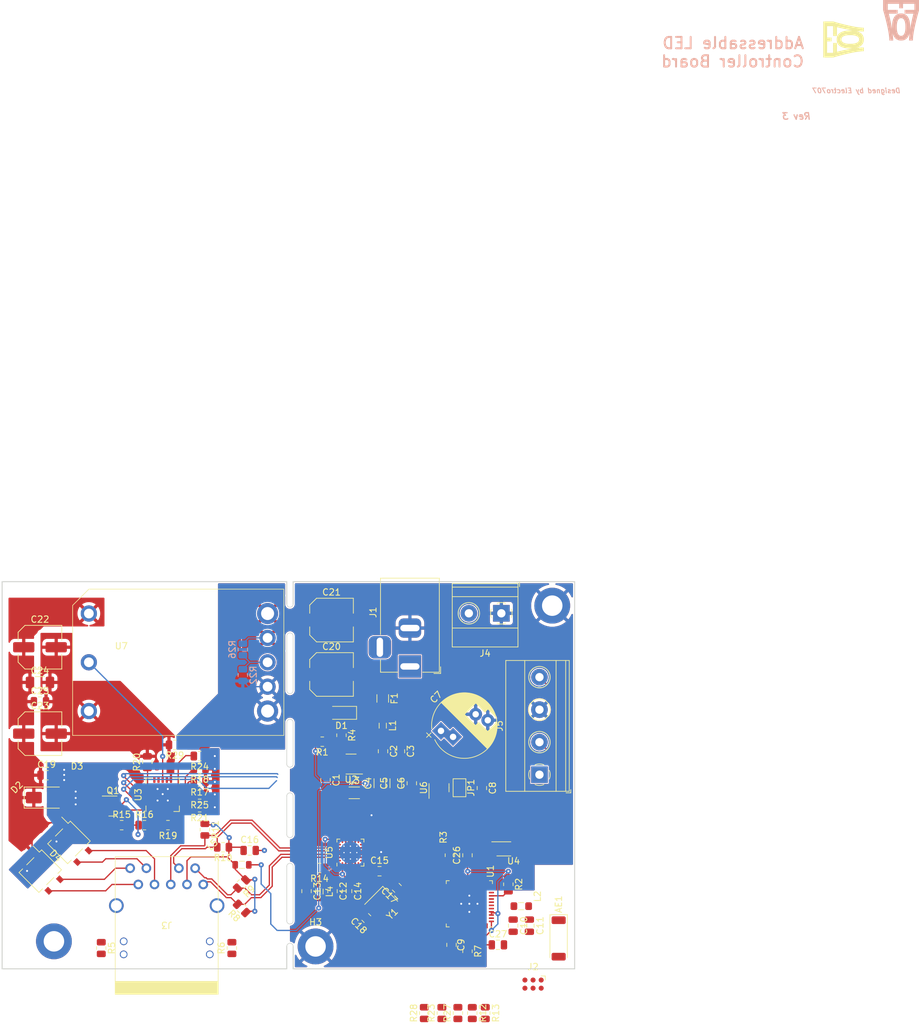
<source format=kicad_pcb>
(kicad_pcb (version 20221018) (generator pcbnew)
  (layers (0 "F.Cu" signal) (31 "B.Cu" signal) (34 "B.Paste" user) (35 "F.Paste" user) (36 "B.SilkS" user "B.Silkscreen") (37 "F.SilkS" user "F.Silkscreen") (38 "B.Mask" user) (39 "F.Mask" user) (44 "Edge.Cuts" user))
  (net 0 "")
  (net 1 "+5V")
  (net 2 "GND")
  (net 3 "VIN")
  (net 4 "+3V3")
  (net 5 "Net-(AE1-FEED)")
  (net 7 "Net-(U2-BST)")
  (net 8 "/TX")
  (net 9 "/RX")
  (net 10 "Net-(U2-SW)")
  (net 11 "Net-(U2-EN)")
  (net 12 "Net-(U1-LNA_IN)")
  (net 13 "Vdda2")
  (net 14 "Net-(U5-VDDCR)")
  (net 15 "/LED1-CLK_{H}")
  (net 16 "/LED1-DATA_{H}")
  (net 17 "/LED1-DATA_{L}")
  (net 18 "/GPIO0")
  (net 19 "/EN")
  (net 20 "Net-(U5-XTAL1{slash}CLKIN)")
  (net 21 "Net-(U5-XTAL2)")
  (net 22 "Net-(D2-+)")
  (net 23 "Net-(D2--)")
  (net 24 "Net-(U7-GND)")
  (net 25 "Net-(D1-A1)")
  (net 26 "/Ethernet and Connector/ETH_V1-")
  (net 27 "/LED1-CLK_{L}")
  (net 28 "/Ethernet and Connector/ETH_V1+")
  (net 29 "/Ethernet and Connector/ETH_V2+")
  (net 30 "/Ethernet and Connector/ETH_V2-")
  (net 31 "Net-(J2-Pin_2)")
  (net 33 "/POE and External Power/POE_DIS")
  (net 34 "Net-(Q1-D)")
  (net 35 "Net-(U2-FB)")
  (net 36 "Net-(J3-Pad13)")
  (net 37 "Net-(J3-Pad12)")
  (net 38 "/Ethernet and Connector/ETH_TX+")
  (net 39 "/Ethernet and Connector/ETH_TX-")
  (net 40 "/Ethernet and Connector/ETH_RX+")
  (net 41 "/Ethernet and Connector/ETH_RX-")
  (net 42 "Net-(U5-RBIAS)")
  (net 43 "Net-(U3-DEN)")
  (net 44 "Net-(U3-AMPS_CTL)")
  (net 45 "Net-(U3-MPS_DUTY)")
  (net 46 "Net-(U3-CLSA)")
  (net 47 "Net-(U3-IRSHDL_EN)")
  (net 48 "Net-(U3-CLSB)")
  (net 49 "Net-(U7-Trim)")
  (net 50 "/POE_~{BT}")
  (net 51 "Net-(U3-~{AUTCLS})")
  (net 52 "Net-(U3-REF)")
  (net 53 "/POE_TPH")
  (net 54 "/POE_TPL")
  (net 59 "/E_~{INT}")
  (net 60 "/E_RXER")
  (net 61 "/E_MDC")
  (net 62 "/E_MDIO")
  (net 63 "/E_RXD0")
  (net 64 "/E_RXD1")
  (net 65 "/E_CRS")
  (net 77 "/E_~{RST}")
  (net 78 "/E_TXD0")
  (net 79 "/E_TXD1")
  (net 80 "/E_TXEN")
  (net 85 "Net-(U3-PG)")
  (net 89 "/Ethernet and Connector/ETH_LED2")
  (net 90 "/Ethernet and Connector/ETH_LED1")
  (net 91 "Net-(J3-CD)")
  (footprint "Capacitor_SMD:C_0805_2012Metric" (layer "F.Cu") (at 130.926 171.754 -90)
    (fp_text reference "C11")
    (fp_text value "4pF")
  )
  (footprint "Package_TO_SOT_SMD:TO-269AA" (layer "F.Cu") (at 58.954765 158.745235 -45)
    (fp_text reference "D2")
    (fp_text value "CDBHM220L")
  )
  (footprint "Capacitor_SMD:C_1206_3216Metric_Pad1.33x1.80mm_HandSolder" (layer "F.Cu") (at 110.050001 149.5 90)
    (fp_text reference "C5")
    (fp_text value "22uF")
  )
  (footprint "Resistor_SMD:R_0805_2012Metric" (layer "F.Cu") (at 79.3815 145.25 180)
    (fp_text reference "R24")
    (fp_text value "R")
  )
  (footprint "ProjectFootprints:74984104400" (layer "F.Cu") (at 74.23 171.664735 180)
    (fp_text reference "J3")
    (fp_text value "74984104400")
  )
  (footprint "Resistor_SMD:R_0805_2012Metric_Pad1.20x1.40mm_HandSolder" (layer "F.Cu") (at 101.550001 142 -90)
    (fp_text reference "R4")
    (fp_text value "10k")
  )
  (footprint "TerminalBlock_Phoenix:TerminalBlock_Phoenix_MKDS-1,5-2-5.08_1x02_P5.08mm_Horizontal" (layer "F.Cu") (at 126.545 122.945 180)
    (fp_text reference "J4")
    (fp_text value "Screw_Terminal_01x02")
  )
  (footprint "Resistor_SMD:R_0805_2012Metric" (layer "F.Cu") (at 114.5 185.4125 90)
    (fp_text reference "R28")
    (fp_text value "10k")
  )
  (footprint "Resistor_SMD:R_0805_2012Metric_Pad1.20x1.40mm_HandSolder" (layer "F.Cu") (at 118.5 160.75 -90)
    (fp_text reference "R3")
    (fp_text value "10k")
  )
  (footprint "MountingHole:MountingHole_3.2mm_M3_DIN965_Pad" (layer "F.Cu") (at 97.5 175)
    (fp_text reference "H3")
    (fp_text value "MountingHole_Pad")
  )
  (footprint "Package_TO_SOT_SMD:TO-269AA" (layer "F.Cu") (at 54.464637 163.235363 -45)
    (fp_text reference "D4")
    (fp_text value "CDBHM220L")
  )
  (footprint "MountingHole:MountingHole_3.2mm_M3_DIN965_Pad" (layer "F.Cu") (at 134.5 121.75)
    (fp_text reference "H1" hide)
    (fp_text value "MountingHole_Pad")
  )
  (footprint "Package_TO_SOT_SMD:SOT-23" (layer "F.Cu") (at 116.8 150.2 90)
    (fp_text reference "U6")
    (fp_text value "MCP1792x-5002xCB")
  )
  (footprint "RF_Antenna:Johanson_2450AT43F0100" (layer "F.Cu") (at 135.5 173.75 -90)
    (fp_text reference "AE1")
    (fp_text value "Antenna_Chip")
  )
  (footprint "Resistor_SMD:R_0805_2012Metric_Pad1.20x1.40mm_HandSolder" (layer "F.Cu") (at 98.550001 143 180)
    (fp_text reference "R1")
    (fp_text value "31.6k")
  )
  (footprint "Jumper:SolderJumper-2_P1.3mm_Bridged2Bar_Pad1.0x1.5mm" (layer "F.Cu") (at 120 150.2 -90)
    (fp_text reference "JP1")
    (fp_text value "Jumper_2_Bridged")
  )
  (footprint "Package_DFN_QFN:VQFN-24-1EP_4x4mm_P0.5mm_EP2.5x2.5mm_ThermalVias" (layer "F.Cu") (at 102.95 160.3375 90)
    (fp_text reference "U5")
    (fp_text value "LAN8720A")
  )
  (footprint "Capacitor_SMD:C_0805_2012Metric" (layer "F.Cu") (at 102.437 166.3595 -90)
    (fp_text reference "C14")
    (fp_text value "1uF")
  )
  (footprint "Capacitor_SMD:C_Elec_6.3x5.4" (layer "F.Cu") (at 100 132.5)
    (fp_text reference "C20")
    (fp_text value "330uF")
  )
  (footprint "Capacitor_SMD:C_0805_2012Metric" (layer "F.Cu") (at 128.386 171.754 -90)
    (fp_text reference "C10")
    (fp_text value "2.2pF")
  )
  (footprint "Package_SO:VSSOP-8_2.3x2mm_P0.5mm" (layer "F.Cu") (at 126.936 159.754)
    (fp_text reference "U4")
    (fp_text value "74LVCH2T45DC")
  )
  (footprint "Inductor_SMD:L_0805_2012Metric" (layer "F.Cu") (at 108 140.5 -90)
    (fp_text reference "L1")
    (fp_text value "L_Ferrite")
  )
  (footprint "Capacitor_SMD:C_0805_2012Metric" (layer "F.Cu") (at 55.454765 148.245235)
    (fp_text reference "C19")
    (fp_text value "0.1u")
  )
  (footprint "Resistor_SMD:R_0805_2012Metric_Pad1.20x1.40mm_HandSolder" (layer "F.Cu") (at 127.636 165.286 -90)
    (fp_text reference "R2")
    (fp_text value "10k")
  )
  (footprint "Crystal:Crystal_SMD_3225-4Pin_3.2x2.5mm" (layer "F.Cu") (at 107.760223 168.188358 -135)
    (fp_text reference "Y1")
    (fp_text value "ECS-250-20-33-CKM-TR")
  )
  (footprint "Connector:Tag-Connect_TC2030-IDC-NL_2x03_P1.27mm_Vertical" (layer "F.Cu") (at 131.5 180.885 180)
    (fp_text reference "J2")
    (fp_text value "Conn_01x06_Female")
  )
  (footprint "Package_TO_SOT_SMD:SOT-23" (layer "F.Cu") (at 65.8225 153.063235)
    (fp_text reference "Q1")
    (fp_text value "MMBF170")
  )
  (footprint "Package_TO_SOT_SMD:TSOT-23-6" (layer "F.Cu") (at 103.05 146.5 180)
    (fp_text reference "U2")
    (fp_text value "AP62200WU-7")
  )
  (footprint "Inductor_SMD:L_0805_2012Metric_Pad1.05x1.20mm_HandSolder" (layer "F.Cu") (at 129.656 168.706)
    (fp_text reference "L2")
    (fp_text value "2.2nH")
  )
  (footprint "Capacitor_SMD:C_0805_2012Metric_Pad1.18x1.45mm_HandSolder" (layer "F.Cu") (at 108.050001 144.5 -90)
    (fp_text reference "C2")
    (fp_text value "0.1uF")
  )
  (footprint "Resistor_SMD:R_0805_2012Metric" (layer "F.Cu") (at 122 185.4125 -90)
    (fp_text reference "R12")
    (fp_text value "10k")
  )
  (footprint "Resistor_SMD:R_0805_2012Metric" (layer "F.Cu") (at 84.42 175.251235 90)
    (fp_text reference "R6")
    (fp_text value "1k")
  )
  (footprint "Capacitor_SMD:C_0805_2012Metric" (layer "F.Cu") (at 112.55 149.5 90)
    (fp_text reference "C6")
    (fp_text value "0.1uF")
  )
  (footprint "Resistor_SMD:R_0805_2012Metric" (layer "F.Cu") (at 67.1895 156.045235)
    (fp_text reference "R15")
    (fp_text value "R")
  )
  (footprint "Capacitor_SMD:C_0805_2012Metric_Pad1.18x1.45mm_HandSolder" (layer "F.Cu") (at 110.687501 144.5 -90)
    (fp_text reference "C3")
    (fp_text value "10uF")
  )
  (footprint "Package_DFN_QFN:Texas_S-PVQFN-N20_EP3.15x3.15mm" (layer "F.Cu") (at 73.6 151.3 90)
    (fp_text reference "U3")
    (fp_text value "TPS2372")
  )
  (footprint "Resistor_SMD:R_0805_2012Metric" (layer "F.Cu") (at 79.3815 153.25 180)
    (fp_text reference "R21")
    (fp_text value "R")
  )
  (footprint "Capacitor_SMD:C_0805_2012Metric" (layer "F.Cu") (at 87.2 160)
    (fp_text reference "C16")
    (fp_text value "1uF")
  )
  (footprint "Fuse:Fuse_1206_3216Metric" (layer "F.Cu") (at 108 136.25 -90)
    (fp_text reference "F1")
    (fp_text value "Polyfuse")
  )
  (footprint "Capacitor_SMD:C_0805_2012Metric" (layer "F.Cu") (at 107.5 163.25)
    (fp_text reference "C15")
    (fp_text value "1uF")
  )
  (footprint "TerminalBlock_Phoenix:TerminalBlock_Phoenix_MKDS-1,5-4-5.08_1x04_P5.08mm_Horizontal" (layer "F.Cu") (at 132.5 148.16 90)
    (fp_text reference "J5")
    (fp_text value "Screw_Terminal_01x04")
  )
  (footprint "Resistor_SMD:R_0805_2012Metric" (layer "F.Cu") (at 85.95 165.245235 -135)
    (fp_text reference "R9")
    (fp_text value "49.9")
  )
  (footprint "Resistor_SMD:R_0805_2012Metric" (layer "F.Cu") (at 119.75 185.4125 90)
    (fp_text reference "R27")
    (fp_text value "10k")
  )
  (footprint "Capacitor_SMD:C_0805_2012Metric_Pad1.18x1.45mm_HandSolder" (layer "F.Cu") (at 99.05 149 -90)
    (fp_text reference "C1")
    (fp_text value "0.1uF")
  )
  (footprint "Capacitor_THT:CP_Radial_D10.0mm_P5.00mm_P7.50mm" (layer "F.Cu") (at 118.994482 142.255518 45)
    (fp_text reference "C7")
    (fp_text value "1000uF")
  )
  (footprint "Inductor_SMD:L_0805_2012Metric" (layer "F.Cu") (at 86 162.245235)
    (fp_text reference "L5")
    (fp_text value "L_Ferrite")
  )
  (footprint "Capacitor_SMD:C_0805_2012Metric" (layer "F.Cu") (at 105.437 170.5595 135)
    (fp_text reference "C18")
    (fp_text value "C")
  )
  (footprint "Connector_BarrelJack:BarrelJack_Horizontal" (layer "F.Cu") (at 112.25 131.25 -90)
    (fp_text reference "J1")
    (fp_text value "Barrel_Jack")
  )
  (footprint "Capacitor_SMD:C_0805_2012Metric" (layer "F.Cu") (at 126 174.75)
    (fp_text reference "C27")
    (fp_text value "0.1u")
  )
  (footprint "Capacitor_SMD:C_0805_2012Metric" (layer "F.Cu") (at 118.75 174.754 -90)
    (fp_text reference "C9")
    (fp_text value "0.1u")
  )
  (footprint "Resistor_SMD:R_0805_2012Metric" (layer "F.Cu") (at 79.3815 147.25 180)
    (fp_text reference "R18")
    (fp_text value "R")
  )
  (footprint "Diode_SMD:D_SMF" (layer "F.Cu") (at 101.55 138.5 180)
    (fp_text reference "D1")
    (fp_text value "SMF15A")
  )
  (footprint "LOGO" (layer "F.Cu") (at 180.035 33.28 90)
    (fp_text reference "G***" hide)
    (fp_text value "LOGO" hide)
  )
  (footprint "Resistor_SMD:R_0805_2012Metric" (layer "F.Cu") (at 98.116 162.75 180)
    (fp_text reference "R14")
    (fp_text value "12.1k")
  )
  (footprint "Capacitor_SMD:C_0805_2012Metric" (layer "F.Cu") (at 96.087 166.3595 -90)
    (fp_text reference "C13")
    (fp_text value "1uF")
  )
  (footprint "Capacitor_SMD:C_0805_2012Metric" (layer "F.Cu") (at 54.417265 136.745235)
    (fp_text reference "C25")
    (fp_text value "0.1u")
  )
  (footprint "ProjectFootprints:VCB4805SBO-50WR3" (layer "F.Cu") (at 62.06 130.6)
    (fp_text reference "U7")
    (fp_text value "VCB4805SBO-50WR3")
  )
  (footprint "MountingHole:MountingHole_3.2mm_M3_DIN965_Pad" (layer "F.Cu") (at 56.6 174.2)
    (fp_text reference "H2" hide)
    (fp_text value "MountingHole_Pad")
  )
  (footprint "Inductor_SMD:L_1206_3216Metric_Pad1.22x1.90mm_HandSolder" (layer "F.Cu") (at 103.55 151)
    (fp_text reference "L3")
    (fp_text value "3.3uH")
  )
  (footprint "Resistor_SMD:R_0805_2012Metric" (layer "F.Cu") (at 75.5 143.5 180)
    (fp_text reference "R29")
    (fp_text value "0")
  )
  (footprint "Resistor_SMD:R_0805_2012Metric" (layer "F.Cu") (at 70.7455 156.045235)
    (fp_text reference "R16")
    (fp_text value "R")
  )
  (footprint "Capacitor_SMD:C_1206_3216Metric_Pad1.33x1.80mm_HandSolder" (layer "F.Cu") (at 107.550001 149.5 90)
    (fp_text reference "C4")
    (fp_text value "10uF")
  )
  (footprint "Capacitor_SMD:C_Elec_6.3x5.4" (layer "F.Cu") (at 54.417265 128.245235)
    (fp_text reference "C22")
    (fp_text value "100uF")
  )
  (footprint "Inductor_SMD:L_0805_2012Metric" (layer "F.Cu") (at 98.116 166.4255 -90)
    (fp_text reference "L4")
    (fp_text value "L_Ferrite")
  )
  (footprint "Resistor_SMD:R_0805_2012Metric" (layer "F.Cu") (at 74.4285 156.045235 180)
    (fp_text reference "R19")
    (fp_text value "R")
  )
  (footprint "Capacitor_SMD:C_Elec_6.3x5.4" (layer "F.Cu") (at 100 124)
    (fp_text reference "C21")
    (fp_text value "0.1u")
  )
  (footprint "Resistor_SMD:R_0805_2012Metric" (layer "F.Cu") (at 79.3815 149.25 180)
    (fp_text reference "R17")
    (fp_text value "R")
  )
  (footprint "Resistor_SMD:R_0805_2012Metric" (layer "F.Cu") (at 121.25 175.75 -90)
    (fp_text reference "R7")
    (fp_text value "470")
  )
  (footprint "Resistor_SMD:R_0805_2012Metric" (layer "F.Cu") (at 117.25 185.4125 90)
    (fp_text reference "R23")
    (fp_text value "10k")
  )
  (footprint "Capacitor_SMD:C_0805_2012Metric" (layer "F.Cu") (at 123.5 150.25 -90)
    (fp_text reference "C8")
    (fp_text value "0.1uF")
  )
  (footprint "Resistor_SMD:R_0805_2012Metric" (layer "F.Cu") (at 79.3815 151.25 180)
    (fp_text reference "R25")
    (fp_text value "R")
  )
  (footprint "Diode_SMD:D_SMA" (layer "F.Cu") (at 55.454765 151.745235)
    (fp_text reference "D3")
    (fp_text value "SMAJ58A")
  )
  (footprint "Resistor_SMD:R_0805_2012Metric" (layer "F.Cu") (at 64 175.251235 -90)
    (fp_text reference "R5")
    (fp_text value "1k")
  )
  (footprint "Resistor_SMD:R_0805_2012Metric" (layer "F.Cu") (at 83.0375 159.495235 180)
    (fp_text reference "R10")
    (fp_text value "49.9")
  )
  (footprint "Package_DFN_QFN:QFN-48-1EP_7x7mm_P0.5mm_EP5.3x5.3mm" (layer "F.Cu") (at 121.54 168.334 180)
    (fp_text reference "U1")
    (fp_text value "ESP32-PICO-D4")
  )
  (footprint "Resistor_SMD:R_0805_2012Metric" (layer "F.Cu") (at 85.95 169.055235 135)
    (fp_text reference "R8")
    (fp_text value "49.9")
  )
  (footprint "Capacitor_SMD:C_0805_2012Metric" (layer "F.Cu") (at 110.210223 165.840358 135)
    (fp_text reference "C17")
    (fp_text value "C")
  )
  (footprint "Capacitor_SMD:C_0805_2012Metric" (layer "F.Cu") (at 100.151 166.3595 -90)
    (fp_text reference "C12")
    (fp_text value "1uF")
  )
  (footprint "Capacitor_SMD:C_Elec_6.3x5.8" (layer "F.Cu") (at 54.417265 141.745235)
    (fp_text reference "C23")
    (fp_text value "100uF")
  )
  (footprint "Capacitor_SMD:C_1206_3216Metric_Pad1.33x1.80mm_HandSolder" (layer "F.Cu") (at 54.417265 133.745235)
    (fp_text reference "C24")
    (fp_text value "1uF")
  )
  (footprint "Resistor_SMD:R_0805_2012Metric" (layer "F.Cu") (at 80.2 156.745235 -90)
    (fp_text reference "R11")
    (fp_text value "49.9")
  )
  (footprint "Resistor_SMD:R_0805_2012Metric" (layer "F.Cu") (at 124.032 185.4125 -90)
    (fp_text reference "R13")
    (fp_text value "10k")
  )
  (footprint "Capacitor_SMD:C_0805_2012Metric" (layer "F.Cu") (at 121.25 160.75 90)
    (fp_text reference "C26")
    (fp_text value "0.1u")
  )
  (footprint "Resistor_SMD:R_0805_2012Metric" (layer "F.Cu") (at 71.2 146.2 90)
    (fp_text reference "R20")
    (fp_text value "0")
  )
  (footprint "Resistor_SMD:R_0805_2012Metric" (layer "B.Cu") (at 86.13 132.6 90)
    (fp_text reference "R22")
    (fp_text value "R")
  )
  (footprint "LOGO" (layer "B.Cu") (at 189.035 30.28 180)
    (fp_text reference "G***" hide)
    (fp_text value "LOGO" hide)
  )
  (footprint "Resistor_SMD:R_0805_2012Metric" (layer "B.Cu") (at 86.13 128.6 -90)
    (fp_text reference "R26")
    (fp_text value "R")
  )
  (gr_arc (start 94.000001 134.999999) (mid 93.5 135.500001) (end 92.999999 134.999998) (stroke (width 0.1)) (layer "Edge.Cuts"))
  (gr_arc (start 93 175) (mid 93.5 174.5) (end 94 175) (stroke (width 0.1)) (layer "Edge.Cuts"))
  (gr_arc (start 93 126.500001) (mid 93.5 126.000001) (end 94 126.500001) (stroke (width 0.1)) (layer "Edge.Cuts"))
  (gr_line (start 48.5 178.5) (end 93 178.5) (stroke (width 0.15)) (layer "Edge.Cuts"))
  (gr_line (start 93 118) (end 48.5 118) (stroke (width 0.15)) (layer "Edge.Cuts"))
  (gr_line (start 94.000001 140) (end 94 146.499999) (stroke (width 0.1)) (layer "Edge.Cuts"))
  (gr_arc (start 93.000001 140) (mid 93.500001 139.5) (end 94.000001 140) (stroke (width 0.1)) (layer "Edge.Cuts"))
  (gr_line (start 94 126.500001) (end 94.000001 134.999999) (stroke (width 0.1)) (layer "Edge.Cuts"))
  (gr_line (start 94 118) (end 94 121.5) (stroke (width 0.15)) (layer "Edge.Cuts"))
  (gr_line (start 93 118) (end 93 121.5) (stroke (width 0.15)) (layer "Edge.Cuts"))
  (gr_line (start 93.000001 140) (end 93 146.499999) (stroke (width 0.1)) (layer "Edge.Cuts"))
  (gr_arc (start 94 157.5) (mid 93.5 158.000001) (end 93 157.5) (stroke (width 0.1)) (layer "Edge.Cuts"))
  (gr_line (start 48.5 118) (end 48.5 178.5) (stroke (width 0.15)) (layer "Edge.Cuts"))
  (gr_arc (start 94 146.499999) (mid 93.5 147) (end 93 146.499999) (stroke (width 0.1)) (layer "Edge.Cuts"))
  (gr_arc (start 94 121.5) (mid 93.5 122) (end 93 121.5) (stroke (width 0.1)) (layer "Edge.Cuts"))
  (gr_line (start 94 178.5) (end 94 175) (stroke (width 0.15)) (layer "Edge.Cuts"))
  (gr_line (start 94 162.5) (end 94.000001 170.999998) (stroke (width 0.1)) (layer "Edge.Cuts"))
  (gr_arc (start 93 162.5) (mid 93.5 162) (end 94 162.5) (stroke (width 0.1)) (layer "Edge.Cuts"))
  (gr_line (start 93 126.500001) (end 92.999999 134.999998) (stroke (width 0.1)) (layer "Edge.Cuts"))
  (gr_line (start 138 118) (end 94 118) (stroke (width 0.15)) (layer "Edge.Cuts"))
  (gr_line (start 94 178.5) (end 138 178.5) (stroke (width 0.15)) (layer "Edge.Cuts"))
  (gr_arc (start 93.000001 151.500001) (mid 93.5 151) (end 93.999999 151.500001) (stroke (width 0.1)) (layer "Edge.Cuts"))
  (gr_line (start 138 178.5) (end 138 118) (stroke (width 0.15)) (layer "Edge.Cuts"))
  (gr_line (start 93.999999 151.500001) (end 94 157.5) (stroke (width 0.1)) (layer "Edge.Cuts"))
  (gr_line (start 93 178.5) (end 93 175) (stroke (width 0.15)) (layer "Edge.Cuts"))
  (gr_line (start 93 162.5) (end 92.999999 170.999997) (stroke (width 0.1)) (layer "Edge.Cuts"))
  (gr_arc (start 94.000001 170.999998) (mid 93.5 171.5) (end 92.999999 170.999997) (stroke (width 0.1)) (layer "Edge.Cuts"))
  (gr_line (start 93.000001 151.500001) (end 93 157.5) (stroke (width 0.1)) (layer "Edge.Cuts"))
  (gr_text "Rev 3" (at 175.035 45.28) (layer "B.SilkS") (effects (font (size 1.016 1.016) (thickness 0.2032) italic) (justify left mirror)))
  (gr_text "Addressable LED \nController Board" (at 174.035 35.28) (layer "B.SilkS") (effects (font (size 1.778 1.778) (thickness 0.3048)) (justify left mirror)))
  (gr_text "Designed by Electro707" (at 189.035 41.28) (layer "B.SilkS") (effects (font (size 0.762 0.762) (thickness 0.1524) italic) (justify left mirror)))
  (segment (start 88.15 160) (end 89.5 160) (width 0.2032) (layer "F.Cu") (net 2))
  (via (at 121.54 167.064) (size 0.8128) (drill 0.3048) (layers "F.Cu" "B.Cu") (net 2))
  (via (at 121.54 168.334) (size 0.8128) (drill 0.3048) (layers "F.Cu" "B.Cu") (net 2))
  (via (at 121.54 169.604) (size 0.8128) (drill 0.3048) (layers "F.Cu" "B.Cu") (net 2))
  (via (at 89.5 160) (size 0.8128) (drill 0.3048) (layers "F.Cu" "B.Cu") (net 2))
  (via (at 120.27 168.334) (size 0.8128) (drill 0.3048) (layers "F.Cu" "B.Cu") (net 2))
  (via (at 122.81 168.334) (size 0.8128) (drill 0.3048) (layers "F.Cu" "B.Cu") (net 2))
  (segment (start 87.0275 134.41) (end 90 134.41) (width 0.2032) (layer "B.Cu") (net 2))
  (segment (start 86.13 133.5125) (end 87.0275 134.41) (width 0.2032) (layer "B.Cu") (net 2))
  (segment (start 86.13 127.6875) (end 87.0275 126.79) (width 0.2032) (layer "B.Cu") (net 3))
  (segment (start 87.0275 126.79) (end 90 126.79) (width 0.2032) (layer "B.Cu") (net 3))
  (segment (start 118.79 171.784) (end 118.79 173.764) (width 0.2032) (layer "F.Cu") (net 4))
  (segment (start 105.2125 151) (end 107.487501 151) (width 0.2032) (layer "F.Cu") (net 4))
  (segment (start 118.79 173.764) (end 118.75 173.804) (width 0.2032) (layer "F.Cu") (net 4))
  (segment (start 107.4125 160.5875) (end 107.75 160.25) (width 0.2032) (layer "F.Cu") (net 4))
  (segment (start 98 169) (end 98 167.604) (width 0.2032) (layer "F.Cu") (net 4))
  (segment (start 98 167.604) (end 98.116 167.488) (width 0.2032) (layer "F.Cu") (net 4))
  (segment (start 121.25 163.218) (end 121.286 163.254) (width 0.2032) (layer "F.Cu") (net 4))
  (segment (start 125.894 169.752) (end 126 169.858) (width 0.2032) (layer "F.Cu") (net 4))
  (segment (start 107.550001 151.0625) (end 110.050001 151.0625) (width 0.2032) (layer "F.Cu") (net 4))
  (segment (start 125.05 174.75) (end 123.638 174.75) (width 0.2032) (layer "F.Cu") (net 4))
  (segment (start 122.556 173.668) (end 123.813 173.668) (width 0.2032) (layer "F.Cu") (net 4))
  (segment (start 123.638 174.75) (end 122.556 173.668) (width 0.2032) (layer "F.Cu") (net 4))
  (segment (start 111.9375 151.0625) (end 112.55 150.45) (width 0.2032) (layer "F.Cu") (net 4))
  (segment (start 121.25 161.7) (end 121.25 163.218) (width 0.2032) (layer "F.Cu") (net 4))
  (segment (start 97.5 143.050001) (end 97.550001 143) (width 0.2032) (layer "F.Cu") (net 4))
  (segment (start 127.636 164.286) (end 127.636 163.254) (width 0.2032) (layer "F.Cu") (net 4))
  (segment (start 104.8875 160.5875) (end 107.4125 160.5875) (width 0.2032) (layer "F.Cu") (net 4))
  (segment (start 124.8355 172.6455) (end 124.99 172.491) (width 0.2032) (layer "F.Cu") (net 4))
  (segment (start 121.79 172.902) (end 122.556 173.668) (width 0.2032) (layer "F.Cu") (net 4))
  (segment (start 121.29 164.884) (end 121.29 163.258) (width 0.2032) (layer "F.Cu") (net 4))
  (segment (start 107.487501 151) (end 107.550001 151.0625) (width 0.2032) (layer "F.Cu") (net 4))
  (segment (start 124.99 172.491) (end 124.990008 172.490992) (width 0.2032) (layer "F.Cu") (net 4))
  (segment (start 97.5 144.5) (end 97.5 143.050001) (width 0.2032) (layer "F.Cu") (net 4))
  (segment (start 123.29 171.784) (end 123.29 173.145) (width 0.2032) (layer "F.Cu") (net 4))
  (segment (start 121.29 163.258) (end 121.286 163.254) (width 0.2032) (layer "F.Cu") (net 4))
  (segment (start 124.8355 172.6455) (end 123.813 173.668) (width 0.2032) (layer "F.Cu") (net 4))
  (segment (start 121.79 171.784) (end 121.79 172.902) (width 0.2032) (layer "F.Cu") (net 4))
  (segment (start 105.2125 151) (end 105.2125 149.5375) (width 0.2032) (layer "F.Cu") (net 4))
  (segment (start 124.99 171.084) (end 124.99 172.491) (width 0.2032) (layer "F.Cu") (net 4))
  (segment (start 123.29 173.145) (end 123.813 173.668) (width 0.2032) (layer "F.Cu") (net 4))
  (segment (start 124.99 169.584) (end 124.99 169.752) (width 0.2032) (layer "F.Cu") (net 4))
  (segment (start 124.99 169.752) (end 124.99 170.084) (width 0.2032) (layer "F.Cu") (net 4))
  (segment (start 124.99 169.752) (end 125.894 169.752) (width 0.2032) (layer "F.Cu") (net 4))
  (segment (start 105.2125 149.5375) (end 105.25 149.5) (width 0.2032) (layer "F.Cu") (net 4))
  (segment (start 88.995235 162.245235) (end 89 162.25) (width 0.2032) (layer "F.Cu") (net 4))
  (segment (start 110.050001 151.0625) (end 111.9375 151.0625) (width 0.2032) (layer "F.Cu") (net 4))
  (segment (start 87.0625 162.245235) (end 88.995235 162.245235) (width 0.2032) (layer "F.Cu") (net 4))
  (via (at 126 169.858) (size 0.8128) (drill 0.3048) (layers "F.Cu" "B.Cu") (net 4))
  (via (at 121.286 163.254) (size 0.8128) (drill 0.3048) (layers "F.Cu" "B.Cu") (net 4))
  (via (at 105.25 149.5) (size 0.8128) (drill 0.3048) (layers "F.Cu" "B.Cu") (net 4))
  (via (at 98 169) (size 0.8128) (drill 0.3048) (layers "F.Cu" "B.Cu") (net 4))
  (via (at 106.25 154.5) (size 0.8128) (drill 0.3048) (layers "F.Cu" "B.Cu") (net 4))
  (via (at 127.636 163.254) (size 0.8128) (drill 0.3048) (layers "F.Cu" "B.Cu") (net 4))
  (via (at 124.990008 172.490992) (size 0.8128) (drill 0.3048) (layers "F.Cu" "B.Cu") (net 4))
  (via (at 107.75 160.25) (size 0.8128) (drill 0.3048) (layers "F.Cu" "B.Cu") (net 4))
  (via (at 97.5 144.5) (size 0.8128) (drill 0.3048) (layers "F.Cu" "B.Cu") (net 4))
  (via (at 89 162.25) (size 0.8128) (drill 0.3048) (layers "F.Cu" "B.Cu") (net 4))
  (segment (start 98 150.75) (end 99.25 149.5) (width 0.2032) (layer "B.Cu") (net 4))
  (segment (start 98 169) (end 94.5 172.5) (width 0.2032) (layer "B.Cu") (net 4))
  (segment (start 127.636 163.254) (end 121.286 163.254) (width 0.2032) (layer "B.Cu") (net 4))
  (segment (start 99.25 149.5) (end 98.75 149.5) (width 0.2032) (layer "B.Cu") (net 4))
  (segment (start 90.5 166.75) (end 89 165.25) (width 0.2032) (layer "B.Cu") (net 4))
  (segment (start 94.5 172.5) (end 91.5 172.5) (width 0.2032) (layer "B.Cu") (net 4))
  (segment (start 89 165.25) (end 89 162.25) (width 0.2032) (layer "B.Cu") (net 4))
  (segment (start 106.25 154.5) (end 106.25 158.75) (width 0.2032) (layer "B.Cu") (net 4))
  (segment (start 127.636 163.254) (end 126 164.89) (width 0.2032) (layer "B.Cu") (net 4))
  (segment (start 98 169) (end 98 150.75) (width 0.2032) (layer "B.Cu") (net 4))
  (segment (start 124.990008 172.490992) (end 126 171.481) (width 0.2032) (layer "B.Cu") (net 4))
  (segment (start 105.25 149.5) (end 99.25 149.5) (width 0.2032) (layer "B.Cu") (net 4))
  (segment (start 106.25 158.75) (end 107.75 160.25) (width 0.2032) (layer "B.Cu") (net 4))
  (segment (start 90.5 171.5) (end 90.5 166.75) (width 0.2032) (layer "B.Cu") (net 4))
  (segment (start 98.75 149.5) (end 97.75 148.5) (width 0.2032) (layer "B.Cu") (net 4))
  (segment (start 91.5 172.5) (end 90.5 171.5) (width 0.2032) (layer "B.Cu") (net 4))
  (segment (start 97.5 148.25) (end 97.5 144.5) (width 0.2032) (layer "B.Cu") (net 4))
  (segment (start 126 171.481) (end 126 169.858) (width 0.2032) (layer "B.Cu") (net 4))
  (segment (start 97.75 148.5) (end 97.5 148.25) (width 0.2032) (layer "B.Cu") (net 4))
  (segment (start 126 164.89) (end 126 169.858) (width 0.2032) (layer "B.Cu") (net 4))
  (segment (start 99.05 147.9625) (end 99.5625 147.45) (width 0.2032) (layer "F.Cu") (net 7))
  (segment (start 99.5625 147.45) (end 101.9125 147.45) (width 0.2032) (layer "F.Cu") (net 7))
  (segment (start 121.25 173.5) (end 121.25 174.8375) (width 0.2032) (layer "F.Cu") (net 8))
  (segment (start 120.79 173.04) (end 121.25 173.5) (width 0.2032) (layer "F.Cu") (net 8))
  (segment (start 120.79 171.784) (end 120.79 173.04) (width 0.2032) (layer "F.Cu") (net 8))
  (segment (start 100.0125 151) (end 101.8875 151) (width 0.2032) (layer "F.Cu") (net 10))
  (segment (start 104.1875 146.5) (end 103.903658 146.5) (width 0.2032) (layer "F.Cu") (net 10))
  (segment (start 99.05 150.0375) (end 100.0125 151) (width 0.2032) (layer "F.Cu") (net 10))
  (segment (start 103.903658 146.5) (end 103 147.403658) (width 0.2032) (layer "F.Cu") (net 10))
  (segment (start 103 149.8875) (end 101.8875 151) (width 0.2032) (layer "F.Cu") (net 10))
  (segment (start 103 147.403658) (end 103 149.8875) (width 0.2032) (layer "F.Cu") (net 10))
  (segment (start 108 143.412499) (end 108.050001 143.4625) (width 0.2032) (layer "F.Cu") (net 11))
  (segment (start 108 141.5625) (end 108 143.412499) (width 0.2032) (layer "F.Cu") (net 11))
  (segment (start 101.9125 146.5) (end 102.5 146.5) (width 0.2032) (layer "F.Cu") (net 11))
  (segment (start 104.1875 144.3125) (end 105.0375 143.4625) (width 0.2032) (layer "F.Cu") (net 11))
  (segment (start 105.0375 143.4625) (end 108.050001 143.4625) (width 0.2032) (layer "F.Cu") (net 11))
  (segment (start 103.45 145.55) (end 104.1875 145.55) (width 0.2032) (layer "F.Cu") (net 11))
  (segment (start 104.1875 145.55) (end 104.1875 144.3125) (width 0.2032) (layer "F.Cu") (net 11))
  (segment (start 102.5 146.5) (end 103.45 145.55) (width 0.2032) (layer "F.Cu") (net 11))
  (segment (start 102.5 165.3465) (end 102.437 165.4095) (width 0.2032) (layer "F.Cu") (net 13))
  (segment (start 98.0695 165.4095) (end 98.116 165.363) (width 0.2032) (layer "F.Cu") (net 13))
  (segment (start 101.0125 159.0875) (end 100.175 158.25) (width 0.2032) (layer "F.Cu") (net 13))
  (segment (start 98.116 165.363) (end 100.1045 165.363) (width 0.2032) (layer "F.Cu") (net 13))
  (segment (start 101.7 163.7) (end 102.5 164.5) (width 0.2032) (layer "F.Cu") (net 13))
  (segment (start 102.5 164.5) (end 102.5 165.3465) (width 0.2032) (layer "F.Cu") (net 13))
  (segment (start 101.7 162.275) (end 101.7 163.7) (width 0.2032) (layer "F.Cu") (net 13))
  (segment (start 100.151 165.4095) (end 102.437 165.4095) (width 0.2032) (layer "F.Cu") (net 13))
  (segment (start 100.175 158.25) (end 99.000004 158.25) (width 0.2032) (layer "F.Cu") (net 13))
  (segment (start 100.1045 165.363) (end 100.151 165.4095) (width 0.2032) (layer "F.Cu") (net 13))
  (segment (start 96.087 165.4095) (end 98.0695 165.4095) (width 0.2032) (layer "F.Cu") (net 13))
  (via (at 101.7 163.7) (size 0.8128) (drill 0.3048) (layers "F.Cu" "B.Cu") (net 13))
  (via (at 99.000004 158.25) (size 0.8128) (drill 0.3048) (layers "F.Cu" "B.Cu") (net 13))
  (segment (start 101.7 163.7) (end 100.45 163.7) (width 0.2032) (layer "B.Cu") (net 13))
  (segment (start 99.000004 162.250004) (end 99.000004 158.25) (width 0.2032) (layer "B.Cu") (net 13))
  (segment (start 100.45 163.7) (end 99.000004 162.250004) (width 0.2032) (layer "B.Cu") (net 13))
  (segment (start 106.55 163.25) (end 105.175 163.25) (width 0.2032) (layer "F.Cu") (net 14))
  (segment (start 105.175 163.25) (end 104.2 162.275) (width 0.2032) (layer "F.Cu") (net 14))
  (segment (start 132.5 132.92) (end 136 136.42) (width 0.2032) (layer "F.Cu") (net 15))
  (segment (start 134 160) (end 129.75 160) (width 0.2032) (layer "F.Cu") (net 15))
  (segment (start 136 158) (end 134 160) (width 0.2032) (layer "F.Cu") (net 15))
  (segment (start 136 136.42) (end 136 148.25) (width 0.2032) (layer "F.Cu") (net 15))
  (segment (start 136 148.25) (end 136 158) (width 0.2032) (layer "F.Cu") (net 15))
  (segment (start 135.25 145.83) (end 135.25 148.75) (width 0.2032) (layer "F.Cu") (net 16))
  (segment (start 132.5 143.08) (end 135.25 145.83) (width 0.2032) (layer "F.Cu") (net 16))
  (segment (start 133.5 159.5) (end 129.75 159.5) (width 0.2032) (layer "F.Cu") (net 16))
  (segment (start 135.25 157.75) (end 135 158) (width 0.2032) (layer "F.Cu") (net 16))
  (segment (start 135 158) (end 133.5 159.5) (width 0.2032) (layer "F.Cu") (net 16))
  (segment (start 135.25 148.75) (end 135.25 157.75) (width 0.2032) (layer "F.Cu") (net 16))
  (segment (start 118.5 163) (end 118.5 161.75) (width 0.2032) (layer "F.Cu") (net 18))
  (segment (start 119.29 163.79) (end 118.5 163) (width 0.2032) (layer "F.Cu") (net 18))
  (segment (start 119.29 164.884) (end 119.29 163.79) (width 0.2032) (layer "F.Cu") (net 18))
  (segment (start 126.838 167.084) (end 124.99 167.084) (width 0.2032) (layer "F.Cu") (net 19))
  (segment (start 127.636 166.286) (end 126.838 167.084) (width 0.2032) (layer "F.Cu") (net 19))
  (segment (start 109.538472 165.208028) (end 107.937 166.8095) (width 0.2032) (layer "F.Cu") (net 20))
  (segment (start 107.777559 166.8095) (end 107.937 166.8095) (width 0.2032) (layer "F.Cu") (net 20))
  (segment (start 103.7 162.275) (end 103.7 162.731941) (width 0.2032) (layer "F.Cu") (net 20))
  (segment (start 103.7 162.731941) (end 107.777559 166.8095) (width 0.2032) (layer "F.Cu") (net 20))
  (segment (start 109.538472 165.168607) (end 109.538472 165.208028) (width 0.2032) (layer "F.Cu") (net 20))
  (segment (start 103.2 162.95) (end 103.2 162.275) (width 0.2032) (layer "F.Cu") (net 21))
  (segment (start 104.765249 164.515249) (end 103.2 162.95) (width 0.2032) (layer "F.Cu") (net 21))
  (segment (start 107.262913 169.887749) (end 107.583446 169.567216) (width 0.2032) (layer "F.Cu") (net 21))
  (segment (start 104.765249 169.887749) (end 104.765249 164.515249) (width 0.2032) (layer "F.Cu") (net 21))
  (segment (start 104.765249 169.887749) (end 107.262913 169.887749) (width 0.2032) (layer "F.Cu") (net 21))
  (segment (start 68.637 153.685235) (end 66.277 156.045235) (width 0.2032) (layer "F.Cu") (net 22))
  (segment (start 53.454765 154.454765) (end 53.454765 151.745235) (width 0.2032) (layer "F.Cu") (net 22))
  (segment (start 54.672856 155.672856) (end 54 155) (width 0.2032) (layer "F.Cu") (net 22))
  (segment (start 53.188309 155.811691) (end 54 155) (width 0.2032) (layer "F.Cu") (net 22))
  (segment (start 53.188309 160.162984) (end 53.188309 155.811691) (width 0.2032) (layer "F.Cu") (net 22))
  (segment (start 57.678437 155.672856) (end 63.072856 155.672856) (width 0.2032) (layer "F.Cu") (net 22))
  (segment (start 63.072856 155.672856) (end 63.445235 156.045235) (width 0.2032) (layer "F.Cu") (net 22))
  (segment (start 63.445235 156.045235) (end 66.277 156.045235) (width 0.2032) (layer "F.Cu") (net 22))
  (segment (start 57.678437 155.672856) (end 54.672856 155.672856) (width 0.2032) (layer "F.Cu") (net 22))
  (segment (start 54 155) (end 53.454765 154.454765) (width 0.2032) (layer "F.Cu") (net 22))
  (segment (start 72.3665 153.685235) (end 68.637 153.685235) (width 0.2032) (layer "F.Cu") (net 22))
  (segment (start 57.454765 149.295235) (end 57.454765 151.745235) (width 0.2032) (layer "F.Cu") (net 23))
  (segment (start 80.294 153.309235) (end 80.294 151.277235) (width 0.2032) (layer "F.Cu") (net 23))
  (segment (start 56.404765 148.245235) (end 57.454765 149.295235) (width 0.2032) (layer "F.Cu") (net 23))
  (segment (start 80.294 151.277235) (end 80.294 149.245235) (width 0.2032) (layer "F.Cu") (net 23))
  (via (at 81.75 145.25) (size 0.8128) (drill 0.3048) (layers "F.Cu" "B.Cu") (net 23))
  (via (at 60 151.8) (size 0.8128) (drill 0.3048) (layers "F.Cu" "B.Cu") (net 23))
  (via (at 72.8 150.4) (size 0.8128) (drill 0.3048) (layers "F.Cu" "B.Cu") (net 23))
  (via (at 81.75 151.25) (size 0.8128) (drill 0.3048) (layers "F.Cu" "B.Cu") (net 23))
  (via (at 58.2 149) (size 0.8128) (drill 0.3048) (layers "F.Cu" "B.Cu") (net 23))
  (via (at 58.2 148.2) (size 0.8128) (drill 0.3048) (layers "F.Cu" "B.Cu") (net 23))
  (via (at 74.4 152.2) (size 0.8128) (drill 0.3048) (layers "F.Cu" "B.Cu") (net 23))
  (via (at 81.75 147.25) (size 0.8128) (drill 0.3048) (layers "F.Cu" "B.Cu") (net 23))
  (via (at 57 158.6) (size 0.8128) (drill 0.3048) (layers "F.Cu" "B.Cu") (net 23))
  (via (at 74.4 150.4) (size 0.8128) (drill 0.3048) (layers "F.Cu" "B.Cu") (net 23))
  (via (at 58.2 147.4) (size 0.8128) (drill 0.3048) (layers "F.Cu" "B.Cu") (net 23))
  (via (at 81.759051 149.3) (size 0.8128) (drill 0.3048) (layers "F.Cu" "B.Cu") (net 23))
  (via (at 52.4 163.2) (size 0.8128) (drill 0.3048) (layers "F.Cu" "B.Cu") (net 23))
  (via (at 81.75 153.25) (size 0.8128) (drill 0.3048) (layers "F.Cu" "B.Cu") (net 23))
  (via (at 73.6 151.2) (size 0.8128) (drill 0.3048) (layers "F.Cu" "B.Cu") (net 23))
  (via (at 60 150.8) (size 0.8128) (drill 0.3048) (layers "F.Cu" "B.Cu") (net 23))
  (via (at 60 152.8) (size 0.8128) (drill 0.3048) (layers "F.Cu" "B.Cu") (net 23))
  (via (at 72.8 152.2) (size 0.8128) (drill 0.3048) (layers "F.Cu" "B.Cu") (net 23))
  (segment (start 107.0625 138.5) (end 108 139.4375) (width 0.2032) (layer "F.Cu") (net 25))
  (segment (start 103 138.5) (end 107.0625 138.5) (width 0.2032) (layer "F.Cu") (net 25))
  (segment (start 108 137.65) (end 108 139.4375) (width 0.2032) (layer "F.Cu") (net 25))
  (segment (start 69.580265 161.3) (end 64.7 161.3) (width 0.2) (layer "F.Cu") (net 26))
  (segment (start 64.182386 161.817614) (end 60.231093 161.817614) (width 0.2) (layer "F.Cu") (net 26))
  (segment (start 71.055 162.774735) (end 69.580265 161.3) (width 0.2) (layer "F.Cu") (net 26))
  (segment (start 64.7 161.3) (end 64.182386 161.817614) (width 0.2) (layer "F.Cu") (net 26))
  (segment (start 72.325 161.325) (end 72.325 165.314735) (width 0.2) (layer "F.Cu") (net 28))
  (segment (start 71.021563 160.021563) (end 72.325 161.325) (width 0.2) (layer "F.Cu") (net 28))
  (segment (start 62.027144 160.021563) (end 71.021563 160.021563) (width 0.2) (layer "F.Cu") (net 28))
  (segment (start 64.692258 166.307742) (end 65.685265 165.314735) (width 0.2) (layer "F.Cu") (net 29))
  (segment (start 65.685265 165.314735) (end 69.785 165.314735) (width 0.2) (layer "F.Cu") (net 29))
  (segment (start 55.740965 166.307742) (end 64.692258 166.307742) (width 0.2) (layer "F.Cu") (net 29))
  (segment (start 66.225265 162.774735) (end 64.488309 164.511691) (width 0.2) (layer "F.Cu") (net 30))
  (segment (start 68.515 162.774735) (end 66.225265 162.774735) (width 0.2) (layer "F.Cu") (net 30))
  (segment (start 64.488309 164.511691) (end 57.537016 164.511691) (width 0.2) (layer "F.Cu") (net 30))
  (segment (start 69.75 157.5) (end 69.75 156.128235) (width 0.2032) (layer "F.Cu") (net 34))
  (segment (start 69.75 156.128235) (end 69.833 156.045235) (width 0.2032) (layer "F.Cu") (net 34))
  (segment (start 68.102 156.045235) (end 69.833 156.045235) (width 0.2032) (layer "F.Cu") (net 34))
  (segment (start 66.76 153.063235) (end 66.936765 153.063235) (width 0.2032) (layer "F.Cu") (net 34))
  (segment (start 66.936765 153.063235) (end 67.928279 152.071721) (width 0.2032) (layer "F.Cu") (net 34))
  (via (at 69.75 157.5) (size 0.8128) (drill 0.3048) (layers "F.Cu" "B.Cu") (net 34))
  (via (at 67.928279 152.071721) (size 0.8128) (drill 0.3048) (layers "F.Cu" "B.Cu") (net 34))
  (segment (start 69.75 153.893442) (end 67.928279 152.071721) (width 0.2032) (layer "B.Cu") (net 34))
  (segment (start 69.75 157.5) (end 69.75 153.893442) (width 0.2032) (layer "B.Cu") (net 34))
  (segment (start 99.550001 143) (end 101.550001 143) (width 0.2032) (layer "F.Cu") (net 35))
  (segment (start 101.9125 145.55) (end 101.9125 143.362499) (width 0.2032) (layer "F.Cu") (net 35))
  (segment (start 101.9125 143.362499) (end 101.550001 143) (width 0.2032) (layer "F.Cu") (net 35))
  (segment (start 86.435487 168.41) (end 87.470252 167.375235) (width 0.2) (layer "F.Cu") (net 38))
  (segment (start 90.725 165.5932) (end 90.725 162.5932) (width 0.2) (layer "F.Cu") (net 38))
  (segment (start 100.356249 161.0875) (end 101.0125 161.0875) (width 0.2) (layer "F.Cu") (net 38))
  (segment (start 90.725 162.5932) (end 92.2557 161.0625) (width 0.2) (layer "F.Cu") (net 38))
  (segment (start 92.2557 161.0625) (end 100.331249 161.0625) (width 0.2) (layer "F.Cu") (net 38))
  (segment (start 87.470252 167.375235) (end 88.942965 167.375235) (width 0.2) (layer "F.Cu") (net 38))
  (segment (start 79.945 165.314735) (end 80.354999 164.904736) (width 0.2) (layer "F.Cu") (net 38))
  (segment (start 81.086536 164.904736) (end 83.557036 167.375236) (width 0.2) (layer "F.Cu") (net 38))
  (segment (start 88.942965 167.375235) (end 90.725 165.5932) (width 0.2) (layer "F.Cu") (net 38))
  (segment (start 100.331249 161.0625) (end 100.356249 161.0875) (width 0.2) (layer "F.Cu") (net 38))
  (segment (start 83.557036 167.375236) (end 84.270001 167.375236) (width 0.2) (layer "F.Cu") (net 38))
  (segment (start 80.354999 164.904736) (end 81.086536 164.904736) (width 0.2) (layer "F.Cu") (net 38))
  (segment (start 85.304765 168.41) (end 86.435487 168.41) (width 0.2) (layer "F.Cu") (net 38))
  (segment (start 84.270001 167.375236) (end 85.304765 168.41) (width 0.2) (layer "F.Cu") (net 38))
  (segment (start 88.756565 166.925235) (end 90.275 165.4068) (width 0.2) (layer "F.Cu") (net 39))
  (segment (start 90.275 165.4068) (end 90.275 162.4068) (width 0.2) (layer "F.Cu") (net 39))
  (segment (start 80.38125 164.261535) (end 80.574449 164.454734) (width 0.2) (layer "F.Cu") (net 39))
  (segment (start 80.1618 164.261535) (end 80.38125 164.261535) (width 0.2) (layer "F.Cu") (net 39))
  (segment (start 78.675 162.774735) (end 80.1618 164.261535) (width 0.2) (layer "F.Cu") (net 39))
  (segment (start 83.743434 166.925234) (end 84.270001 166.925234) (width 0.2) (layer "F.Cu") (net 39))
  (segment (start 100.356249 160.5875) (end 101.0125 160.5875) (width 0.2) (layer "F.Cu") (net 39))
  (segment (start 84.270001 166.925234) (end 85.304765 165.89047) (width 0.2) (layer "F.Cu") (net 39))
  (segment (start 92.0693 160.6125) (end 100.331249 160.6125) (width 0.2) (layer "F.Cu") (net 39))
  (segment (start 85.304765 165.89047) (end 86.435487 165.89047) (width 0.2) (layer "F.Cu") (net 39))
  (segment (start 90.275 162.4068) (end 92.0693 160.6125) (width 0.2) (layer "F.Cu") (net 39))
  (segment (start 86.435487 165.89047) (end 87.470252 166.925235) (width 0.2) (layer "F.Cu") (net 39))
  (segment (start 81.272934 164.454734) (end 83.743434 166.925234) (width 0.2) (layer "F.Cu") (net 39))
  (segment (start 100.331249 160.6125) (end 100.356249 160.5875) (width 0.2) (layer "F.Cu") (net 39))
  (segment (start 87.470252 166.925235) (end 88.756565 166.925235) (width 0.2) (layer "F.Cu") (net 39))
  (segment (start 80.574449 164.454734) (end 81.272934 164.454734) (width 0.2) (layer "F.Cu") (net 39))
  (segment (start 76.5932 159.725) (end 80.288434 159.725) (width 0.2) (layer "F.Cu") (net 40))
  (segment (start 91.7443 160.0625) (end 100.331249 160.0625) (width 0.2) (layer "F.Cu") (net 40))
  (segment (start 80.288434 159.725) (end 80.518199 159.495235) (width 0.2) (layer "F.Cu") (net 40))
  (segment (start 75.315001 161.954736) (end 75.315001 161.003199) (width 0.2) (layer "F.Cu") (net 40))
  (segment (start 80.518199 159.495235) (end 82.125 159.495235) (width 0.2) (layer "F.Cu") (net 40))
  (segment (start 76.135 162.774735) (end 75.315001 161.954736) (width 0.2) (layer "F.Cu") (net 40))
  (segment (start 84.375934 155.725) (end 87.4068 155.725) (width 0.2) (layer "F.Cu") (net 40))
  (segment (start 87.4068 155.725) (end 91.7443 160.0625) (width 0.2) (layer "F.Cu") (net 40))
  (segment (start 82.125 157.975934) (end 84.375934 155.725) (width 0.2) (layer "F.Cu") (net 40))
  (segment (start 100.331249 160.0625) (end 100.356249 160.0875) (width 0.2) (layer "F.Cu") (net 40))
  (segment (start 75.315001 161.003199) (end 76.5932 159.725) (width 0.2) (layer "F.Cu") (net 40))
  (segment (start 100.356249 160.0875) (end 101.0125 160.0875) (width 0.2) (layer "F.Cu") (net 40))
  (segment (start 82.125 159.495235) (end 82.125 157.975934) (width 0.2) (layer "F.Cu") (net 40))
  (segment (start 80.102036 159.275) (end 80.2 159.177036) (width 0.2) (layer "F.Cu") (net 41))
  (segment (start 91.9307 159.6125) (end 100.331249 159.6125) (width 0.2) (layer "F.Cu") (net 41))
  (segment (start 100.356249 159.5875) (end 101.0125 159.5875) (width 0.2) (layer "F.Cu") (net 41))
  (segment (start 87.5932 155.275) (end 91.9307 159.6125) (width 0.2) (layer "F.Cu") (net 41))
  (segment (start 80.2 157.657735) (end 81.806801 157.657735) (width 0.2) (layer "F.Cu") (net 41))
  (segment (start 76.4068 159.275) (end 80.102036 159.275) (width 0.2) (layer "F.Cu") (net 41))
  (segment (start 81.806801 157.657735) (end 84.189536 155.275) (width 0.2) (layer "F.Cu") (net 41))
  (segment (start 74.865 160.8168) (end 76.4068 159.275) (width 0.2) (layer "F.Cu") (net 41))
  (segment (start 74.865 165.314735) (end 74.865 160.8168) (width 0.2) (layer "F.Cu") (net 41))
  (segment (start 84.189536 155.275) (end 87.5932 155.275) (width 0.2) (layer "F.Cu") (net 41))
  (segment (start 80.2 159.177036) (end 80.2 157.657735) (width 0.2) (layer "F.Cu") (net 41))
  (segment (start 100.331249 159.6125) (end 100.356249 159.5875) (width 0.2) (layer "F.Cu") (net 41))
  (segment (start 99.0285 162.75) (end 99.85 162.75) (width 0.2032) (layer "F.Cu") (net 42))
  (segment (start 99.85 162.75) (end 101.0125 161.5875) (width 0.2032) (layer "F.Cu") (net 42))
  (segment (start 71.658 156.045235) (end 73.0165 154.686735) (width 0.2032) (layer "F.Cu") (net 43))
  (segment (start 73.0165 154.686735) (end 73.0165 153.685235) (width 0.2032) (layer "F.Cu") (net 43))
  (segment (start 77.75 149.245235) (end 78.469 149.245235) (width 0.2032) (layer "F.Cu") (net 44))
  (segment (start 77.55 150.219971) (end 77.55 149.445235) (width 0.2032) (layer "F.Cu") (net 44))
  (segment (start 76.447236 151.322735) (end 77.55 150.219971) (width 0.2032) (layer "F.Cu") (net 44))
  (segment (start 76.029 151.322735) (end 76.447236 151.322735) (width 0.2032) (layer "F.Cu") (net 44))
  (segment (start 77.55 149.445235) (end 77.75 149.245235) (width 0.2032) (layer "F.Cu") (net 44))
  (segment (start 77.1436 148.538635) (end 78.469 147.213235) (width 0.2032) (layer "F.Cu") (net 45))
  (segment (start 76.5225 150.672735) (end 77.1436 150.051635) (width 0.2032) (layer "F.Cu") (net 45))
  (segment (start 77.1436 150.051635) (end 77.1436 148.538635) (width 0.2032) (layer "F.Cu") (net 45))
  (segment (start 76.029 150.672735) (end 76.5225 150.672735) (width 0.2032) (layer "F.Cu") (net 45))
  (segment (start 73.6 155.961235) (end 73.516 156.045235) (width 0.2032) (layer "F.Cu") (net 46))
  (segment (start 73.6 153.6625) (end 73.6 155.961235) (width 0.2032) (layer "F.Cu") (net 46))
  (segment (start 71.2375 147.15) (end 71.2 147.1125) (width 0.2032) (layer "F.Cu") (net 47))
  (segment (start 71.2375 150) (end 71.2375 147.15) (width 0.2032) (layer "F.Cu") (net 47))
  (segment (start 77.7825 152.622735) (end 78.469 153.309235) (width 0.2032) (layer "F.Cu") (net 48))
  (segment (start 76.029 152.622735) (end 77.7825 152.622735) (width 0.2032) (layer "F.Cu") (net 48))
  (segment (start 87.2175 130.6) (end 90 130.6) (width 0.2032) (layer "B.Cu") (net 49))
  (segment (start 86.13 131.6875) (end 87.2175 130.6) (width 0.2032) (layer "B.Cu") (net 49))
  (segment (start 86.13 129.5125) (end 87.2175 130.6) (width 0.2032) (layer "B.Cu") (net 49))
  (segment (start 69.387938 151.3) (end 67.503933 149.415995) (width 0.2032) (layer "F.Cu") (net 50))
  (segment (start 71.2375 151.3) (end 69.387938 151.3) (width 0.2032) (layer "F.Cu") (net 50))
  (via (at 67.503933 149.415995) (size 0.8128) (drill 0.3048) (layers "F.Cu" "B.Cu") (net 50))
  (segment (start 91.3888 148.4888) (end 68.431128 148.4888) (width 0.2032) (layer "B.Cu") (net 50))
  (segment (start 68.431128 148.4888) (end 67.503933 149.415995) (width 0.2032) (layer "B.Cu") (net 50))
  (segment (start 91.5 148.6) (end 91.3888 148.4888) (width 0.2032) (layer "B.Cu") (net 50))
  (segment (start 76.029 146.366235) (end 77.214 145.181235) (width 0.2032) (layer "F.Cu") (net 51))
  (segment (start 77.214 145.181235) (end 78.469 145.181235) (width 0.2032) (layer "F.Cu") (net 51))
  (segment (start 76.029 150.022735) (end 76.029 146.366235) (width 0.2032) (layer "F.Cu") (net 51))
  (segment (start 76.029 151.972735) (end 77.7735 151.972735) (width 0.2032) (layer "F.Cu") (net 52))
  (segment (start 77.7735 151.972735) (end 78.469 151.277235) (width 0.2032) (layer "F.Cu") (net 52))
  (segment (start 69.75 150.65) (end 67.499996 148.399996) (width 0.2032) (layer "F.Cu") (net 53))
  (segment (start 67.499996 148.399996) (end 67.499996 148.3) (width 0.2032) (layer "F.Cu") (net 53))
  (segment (start 71.2375 150.65) (end 69.75 150.65) (width 0.2032) (layer "F.Cu") (net 53))
  (via (at 67.499996 148.3) (size 0.8128) (drill 0.3048) (layers "F.Cu" "B.Cu") (net 53))
  (segment (start 67.799996 148) (end 67.499996 148.3) (width 0.2032) (layer "B.Cu") (net 53))
  (segment (start 91.5 148) (end 67.799996 148) (width 0.2032) (layer "B.Cu") (net 53))
  (segment (start 91.6 148.1) (end 91.5 148) (width 0.2032) (layer "B.Cu") (net 53))
  (segment (start 69.017903 151.95) (end 67.499893 150.43199) (width 0.2032) (layer "F.Cu") (net 54))
  (segment (start 71.2375 151.95) (end 69.017903 151.95) (width 0.2032) (layer "F.Cu") (net 54))
  (via (at 67.499893 150.43199) (size 0.8128) (drill 0.3048) (layers "F.Cu" "B.Cu") (net 54))
  (segment (start 90.2 150.3) (end 80.5 150.3) (width 0.2032) (layer "B.Cu") (net 54))
  (segment (start 69.031883 148.9) (end 67.499893 150.43199) (width 0.2032) (layer "B.Cu") (net 54))
  (segment (start 79.1 148.9) (end 69.031883 148.9) (width 0.2032) (layer "B.Cu") (net 54))
  (segment (start 80.5 150.3) (end 79.1 148.9) (width 0.2032) (layer "B.Cu") (net 54))
  (segment (start 91.4 149.1) (end 90.2 150.3) (width 0.2032) (layer "B.Cu") (net 54))
  (segment (start 103.7 158.4) (end 103.7 157.943059) (width 0.2032) (layer "F.Cu") (net 59))
  (segment (start 105.25 157.5) (end 109.25 157.5) (width 0.2032) (layer "F.Cu") (net 59))
  (segment (start 103.7 157.943059) (end 104.143059 157.5) (width 0.2032) (layer "F.Cu") (net 59))
  (segment (start 110.5 158.75) (end 111.75 158.75) (width 0.2032) (layer "F.Cu") (net 59))
  (segment (start 109.5 157.75) (end 110.5 158.75) (width 0.2032) (layer "F.Cu") (net 59))
  (segment (start 109.25 157.5) (end 109.5 157.75) (width 0.2032) (layer "F.Cu") (net 59))
  (segment (start 104.143059 157.5) (end 105.25 157.5) (width 0.2032) (layer "F.Cu") (net 59))
  (segment (start 109.25 160.5) (end 112 160.5) (width 0.2032) (layer "F.Cu") (net 60))
  (segment (start 106.6625 160.0875) (end 107 159.75) (width 0.2032) (layer "F.Cu") (net 60))
  (segment (start 108.25 159.5) (end 108.75 160) (width 0.2032) (layer "F.Cu") (net 60))
  (segment (start 107.25 159.5) (end 108.25 159.5) (width 0.2032) (layer "F.Cu") (net 60))
  (segment (start 107 159.75) (end 107.25 159.5) (width 0.2032) (layer "F.Cu") (net 60))
  (segment (start 108.75 160) (end 109.25 160.5) (width 0.2032) (layer "F.Cu") (net 60))
  (segment (start 104.8875 160.0875) (end 106.6625 160.0875) (width 0.2032) (layer "F.Cu") (net 60))
  (segment (start 110.1872 159.1872) (end 112 159.1872) (width 0.2032) (layer "F.Cu") (net 61))
  (segment (start 108.5 158) (end 109 158) (width 0.2032) (layer "F.Cu") (net 61))
  (segment (start 109 158) (end 109.75 158.75) (width 0.2032) (layer "F.Cu") (net 61))
  (segment (start 104.2 158.4) (end 104.6 158) (width 0.2032) (layer "F.Cu") (net 61))
  (segment (start 109.75 158.75) (end 110.1872 159.1872) (width 0.2032) (layer "F.Cu") (net 61))
  (segment (start 104.6 158) (end 108.5 158) (width 0.2032) (layer "F.Cu") (net 61))
  (segment (start 104.8875 159.0875) (end 105.9125 159.0875) (width 0.2032) (layer "F.Cu") (net 62))
  (segment (start 105.9125 159.0875) (end 106.25 158.75) (width 0.2032) (layer "F.Cu") (net 62))
  (segment (start 107.75 158.5) (end 108.75 158.5) (width 0.2032) (layer "F.Cu") (net 62))
  (segment (start 108.75 158.5) (end 109.5 159.25) (width 0.2032) (layer "F.Cu") (net 62))
  (segment (start 106.25 158.75) (end 106.5 158.5) (width 0.2032) (layer "F.Cu") (net 62))
  (segment (start 109.8436 159.5936) (end 112 159.5936) (width 0.2032) (layer "F.Cu") (net 62))
  (segment (start 106.5 158.5) (end 107.75 158.5) (width 0.2032) (layer "F.Cu") (net 62))
  (segment (start 109.5 159.25) (end 109.8436 159.5936) (width 0.2032) (layer "F.Cu") (net 62))
  (segment (start 112.0875 161.0875) (end 112.25 161.25) (width 0.2032) (layer "F.Cu") (net 63))
  (segment (start 104.8875 161.0875) (end 112.0875 161.0875) (width 0.2032) (layer "F.Cu") (net 63))
  (segment (start 111.8375 161.5875) (end 112 161.75) (width 0.2032) (layer "F.Cu") (net 64))
  (segment (start 104.8875 161.5875) (end 111.8375 161.5875) (width 0.2032) (layer "F.Cu") (net 64))
  (segment (start 108 159) (end 108.5 159) (width 0.2032) (layer "F.Cu") (net 65))
  (segment (start 108.5 159) (end 109.25 159.75) (width 0.2032) (layer "F.Cu") (net 65))
  (segment (start 106.75 159.25) (end 107 159) (width 0.2032) (layer "F.Cu") (net 65))
  (segment (start 106.4125 159.5875) (end 106.75 159.25) (width 0.2032) (layer "F.Cu") (net 65))
  (segment (start 107 159) (end 108 159) (width 0.2032) (layer "F.Cu") (net 65))
  (segment (start 104.8875 159.5875) (end 106.4125 159.5875) (width 0.2032) (layer "F.Cu") (net 65))
  (segment (start 109.25 159.75) (end 109.5 160) (width 0.2032) (layer "F.Cu") (net 65))
  (segment (start 109.5 160) (end 112 160) (width 0.2032) (layer "F.Cu") (net 65))
  (segment (start 105 157.0936) (end 109.5936 157.0936) (width 0.2032) (layer "F.Cu") (net 77))
  (segment (start 103.974723 157.0936) (end 105 157.0936) (width 0.2032) (layer "F.Cu") (net 77))
  (segment (start 110.25 157.75) (end 110.75 158.25) (width 0.2032) (layer "F.Cu") (net 77))
  (segment (start 109.5936 157.0936) (end 110.25 157.75) (width 0.2032) (layer "F.Cu") (net 77))
  (segment (start 110.75 158.25) (end 112 158.25) (width 0.2032) (layer "F.Cu") (net 77))
  (segment (start 103.2 158.4) (end 103.2 157.868323) (width 0.2032) (layer "F.Cu") (net 77))
  (segment (start 103.2 157.868323) (end 103.974723 157.0936) (width 0.2032) (layer "F.Cu") (net 77))
  (segment (start 104 156.25) (end 110.25 156.25) (width 0.2032) (layer "F.Cu") (net 78))
  (segment (start 102.2 157.718851) (end 103.668851 156.25) (width 0.2032) (layer "F.Cu") (net 78))
  (segment (start 111.3436 157.3436) (end 112.25 157.3436) (width 0.2032) (layer "F.Cu") (net 78))
  (segment (start 102.2 158.4) (end 102.2 157.718851) (width 0.2032) (layer "F.Cu") (net 78))
  (segment (start 111 157) (end 111.3436 157.3436) (width 0.2032) (layer "F.Cu") (net 78))
  (segment (start 110.25 156.25) (end 111 157) (width 0.2032) (layer "F.Cu") (net 78))
  (segment (start 103.668851 156.25) (end 104 156.25) (width 0.2032) (layer "F.Cu") (net 78))
  (segment (start 110.5 155.75) (end 111.5 156.75) (width 0.2032) (layer "F.Cu") (net 79))
  (segment (start 103.5 155.75) (end 107.75 155.75) (width 0.2032) (layer "F.Cu") (net 79))
  (segment (start 103 156.25) (end 103.5 155.75) (width 0.2032) (layer "F.Cu") (net 79))
  (segment (start 101.7 157.55) (end 103 156.25) (width 0.2032) (layer "F.Cu") (net 79))
  (segment (start 107.75 155.75) (end 110.5 155.75) (width 0.2032) (layer "F.Cu") (net 79))
  (segment (start 111.5 156.75) (end 112.25 156.75) (width 0.2032) (layer "F.Cu") (net 79))
  (segment (start 101.7 158.4) (end 101.7 157.55) (width 0.2032) (layer "F.Cu") (net 79))
  (segment (start 112.25 156.75) (end 112.5 157) (width 0.2032) (layer "F.Cu") (net 79))
  (segment (start 104.75 156.6872) (end 109.9372 156.6872) (width 0.2032) (layer "F.Cu") (net 80))
  (segment (start 109.9372 156.6872) (end 110.5 157.25) (width 0.2032) (layer "F.Cu") (net 80))
  (segment (start 102.7 157.793587) (end 103.806387 156.6872) (width 0.2032) (layer "F.Cu") (net 80))
  (segment (start 111 157.75) (end 112.25 157.75) (width 0.2032) (layer "F.Cu") (net 80))
  (segment (start 102.7 158.4) (end 102.7 157.793587) (width 0.2032) (layer "F.Cu") (net 80))
  (segment (start 110.5 157.25) (end 111 157.75) (width 0.2032) (layer "F.Cu") (net 80))
  (segment (start 103.806387 156.6872) (end 104.75 156.6872) (width 0.2032) (layer "F.Cu") (net 80))
  (segment (start 73.6 148.9375) (end 73.6 145.3) (width 0.2032) (layer "F.Cu") (net 85))
  (via (at 73.6 145.3) (size 0.8128) (drill 0.3048) (layers "F.Cu" "B.Cu") (net 85))
  (segment (start 62.06 130.6) (end 73.6 142.14) (width 0.2032) (layer "B.Cu") (net 85))
  (segment (start 73.6 142.14) (end 73.6 145.3) (width 0.2032) (layer "B.Cu") (net 85))
  (segment (start 85.745235 159.495235) (end 86.25 160) (width 0.2032) (layer "F.Cu") (net 91))
  (segment (start 84.9375 162.245235) (end 84.9375 162.942265) (width 0.2032) (layer "F.Cu") (net 91))
  (segment (start 84.9375 162.942265) (end 86.595235 164.6) (width 0.2032) (layer "F.Cu") (net 91))
  (segment (start 77.405 161.595) (end 78 161) (width 0.2032) (layer "F.Cu") (net 91))
  (segment (start 83.95 159.495235) (end 83.95 160.742265) (width 0.2032) (layer "F.Cu") (net 91))
  (segment (start 83.692265 161) (end 84.9375 162.245235) (width 0.2032) (layer "F.Cu") (net 91))
  (segment (start 77.405 165.314735) (end 77.405 161.595) (width 0.2032) (layer "F.Cu") (net 91))
  (segment (start 83.95 158.05) (end 84 158) (width 0.2032) (layer "F.Cu") (net 91))
  (segment (start 88 169.5) (end 86.795705 169.5) (width 0.2032) (layer "F.Cu") (net 91))
  (segment (start 83.95 159.495235) (end 85.745235 159.495235) (width 0.2032) (layer "F.Cu") (net 91))
  (segment (start 78 161) (end 83.692265 161) (width 0.2032) (layer "F.Cu") (net 91))
  (segment (start 83.95 160.742265) (end 83.692265 161) (width 0.2032) (layer "F.Cu") (net 91))
  (segment (start 86.795705 169.5) (end 86.595235 169.70047) (width 0.2032) (layer "F.Cu") (net 91))
  (segment (start 86.595235 164.6) (end 87.9 164.6) (width 0.2032) (layer "F.Cu") (net 91))
  (segment (start 80.367265 156) (end 80.2 155.832735) (width 0.2032) (layer "F.Cu") (net 91))
  (segment (start 81.5 156) (end 80.367265 156) (width 0.2032) (layer "F.Cu") (net 91))
  (segment (start 83.95 159.495235) (end 83.95 158.05) (width 0.2032) (layer "F.Cu") (net 91))
  (segment (start 87.9 164.6) (end 88 164.5) (width 0.2032) (layer "F.Cu") (net 91))
  (via (at 81.5 156) (size 0.8128) (drill 0.3048) (layers "F.Cu" "B.Cu") (net 91))
  (via (at 88 164.5) (size 0.8128) (drill 0.3048) (layers "F.Cu" "B.Cu") (net 91))
  (via (at 88 169.5) (size 0.8128) (drill 0.3048) (layers "F.Cu" "B.Cu") (net 91))
  (via (at 84 158) (size 0.8128) (drill 0.3048) (layers "F.Cu" "B.Cu") (net 91))
  (segment (start 82 156) (end 81.5 156) (width 0.2032) (layer "B.Cu") (net 91))
  (segment (start 84 158) (end 82 156) (width 0.2032) (layer "B.Cu") (net 91))
  (segment (start 88 164.5) (end 88 169.5) (width 0.2032) (layer "B.Cu") (net 91))
  (zone (net 22) (net_name "Net-(D2-+)") (layer "F.Cu") (priority 1) (connect_pads (clearance 0.508)) (min_thickness 0.254) (fill yes (thermal_gap 0.508) (thermal_bridge_width 0.508))
    (polygon (pts (xy 64.5 120.5) (xy 49.5 120.5) (xy 49.5 156.5) (xy 49.5 158.5) (xy 53 161.5) (xy 57.5 157) (xy 59.5 155) (xy 59.5 154) (xy 55 154) (xy 55 146.5) (xy 53.5 145) (xy 53.5 126.5) (xy 55 125) (xy 64.5 125)))
  )
  (zone (net 3) (net_name "VIN") (layer "F.Cu") (priority 1) (connect_pads (clearance 0.508)) (min_thickness 0.25) (fill yes (thermal_gap 0.5) (thermal_bridge_width 0.5))
    (polygon (pts (xy 86 120.25) (xy 86 128.75) (xy 93 128.75) (xy 93 126) (xy 95.5 126) (xy 95.5 135.75) (xy 100 135.75) (xy 100 120.25)))
  )
  (zone (net 24) (net_name "Net-(U7-GND)") (layer "F.Cu") (priority 5) (connect_pads (clearance 0.508)) (min_thickness 0.254) (fill yes (thermal_gap 0.508) (thermal_bridge_width 0.508))
    (polygon (pts (xy 54.5 126) (xy 54.5 144.5) (xy 68.5 144.5) (xy 71.5 147.5) (xy 74 147.5) (xy 74 150) (xy 75.5 150) (xy 75.5 142) (xy 67 133.5) (xy 59.5 133.5) (xy 59.5 126)))
  )
  (zone (net 2) (net_name "GND") (layers "F&B.Cu") (connect_pads (clearance 0.508)) (min_thickness 0.25) (fill yes (thermal_gap 0.5) (thermal_bridge_width 0.5))
    (polygon (pts (xy 138 118) (xy 82.25 118) (xy 82.25 135.5) (xy 75.75 142) (xy 75.75 144.25) (xy 93.5 144.25) (xy 93.5 178.5) (xy 138 178.5)))
  )
  (zone (net 0) (net_name "") (layers "F&B.Cu") (connect_pads yes (clearance 0)) (min_thickness 0.254)
    (keepout (tracks allowed) (vias allowed) (pads allowed) (copperpour not_allowed) (footprints allowed))
    (fill (thermal_gap 0.508) (thermal_bridge_width 0.508))
    (polygon (pts (xy 127.5 178.5) (xy 127.5 178.5) (xy 124.25 178.5) (xy 124.25 166.25) (xy 131.75 166.25) (xy 131.75 162.25) (xy 138 162.25) (xy 138 178.5)))
  )
  (zone (net 23) (net_name "Net-(D2--)") (layers "F&B.Cu") (priority 1) (connect_pads (clearance 0.508)) (min_thickness 0.254) (fill yes (thermal_gap 0.508) (thermal_bridge_width 0.508))
    (polygon (pts (xy 82.5 144) (xy 79.5 144) (xy 79.5 146.25) (xy 55.5 146.25) (xy 55.5 154.511552) (xy 56.5 156) (xy 49.5 163) (xy 52.5 166) (xy 59.5 159) (xy 77 159) (xy 77 154.5) (xy 82.5 154.5)))
  )
)
</source>
